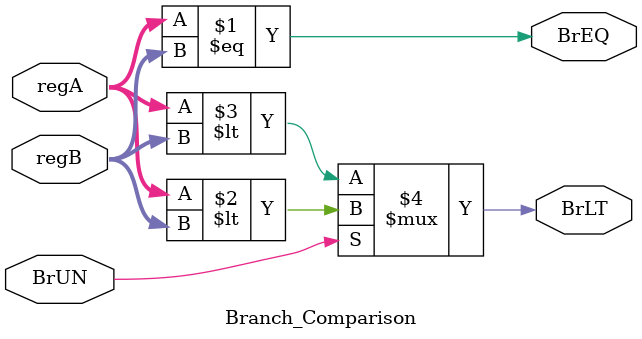
<source format=v>
`define INST_LEN 'd32

module Branch_Comparison (
      input [`INST_LEN-1:0] regA,
      input [`INST_LEN-1:0] regB,
      input BrUN,
      output BrEQ,
      output BrLT
);
      assign BrEQ = (regA == regB);
      assign BrLT = (BrUN) ? ($unsigned(regA) < $unsigned(regB)) : ($signed(regA) < $signed(regB));
endmodule

</source>
